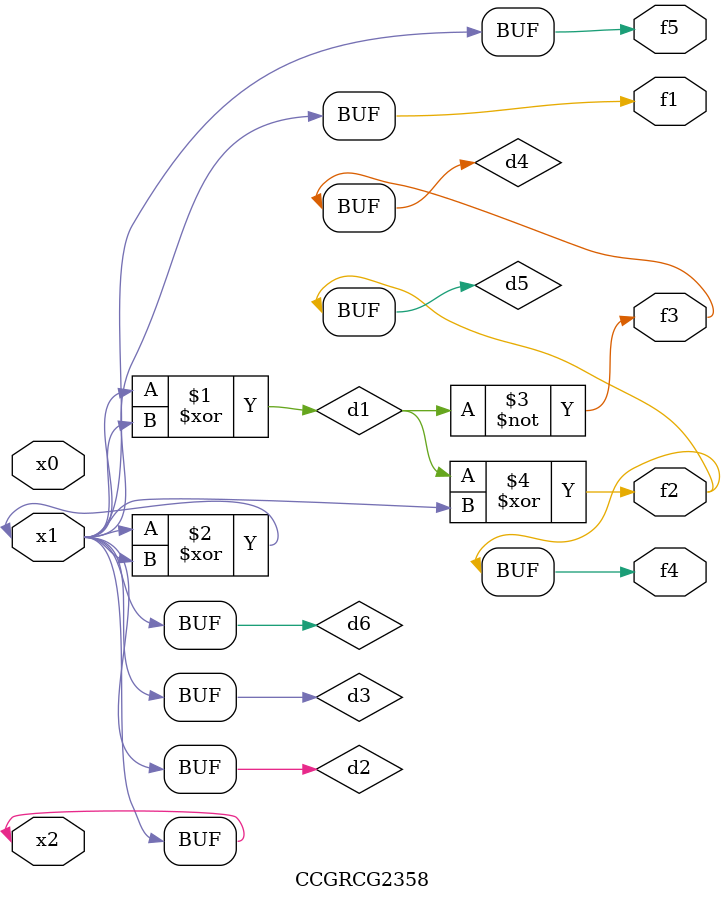
<source format=v>
module CCGRCG2358(
	input x0, x1, x2,
	output f1, f2, f3, f4, f5
);

	wire d1, d2, d3, d4, d5, d6;

	xor (d1, x1, x2);
	buf (d2, x1, x2);
	xor (d3, x1, x2);
	nor (d4, d1);
	xor (d5, d1, d2);
	buf (d6, d2, d3);
	assign f1 = d6;
	assign f2 = d5;
	assign f3 = d4;
	assign f4 = d5;
	assign f5 = d6;
endmodule

</source>
